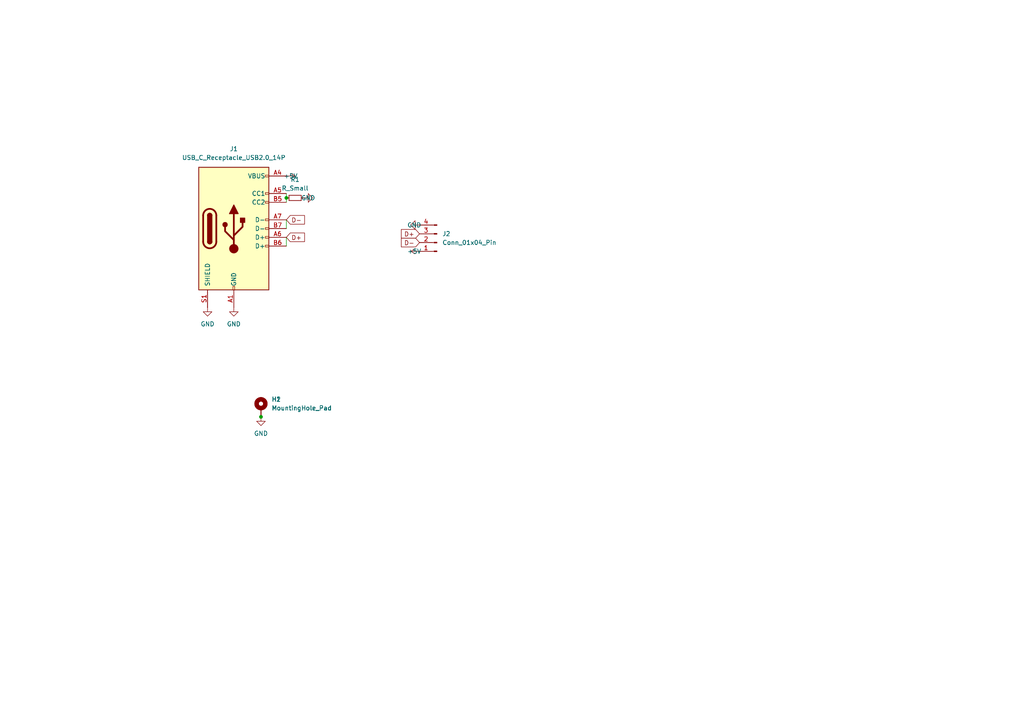
<source format=kicad_sch>
(kicad_sch
	(version 20240417)
	(generator "eeschema")
	(generator_version "8.99")
	(uuid "5aa18061-c15f-4ee1-b202-8871dbe94de8")
	(paper "A4")
	(lib_symbols
		(symbol "Connector:Conn_01x04_Pin"
			(pin_names
				(offset 1.016) hide)
			(exclude_from_sim no)
			(in_bom yes)
			(on_board yes)
			(property "Reference" "J"
				(at 0 5.08 0)
				(effects
					(font
						(size 1.27 1.27)
					)
				)
			)
			(property "Value" "Conn_01x04_Pin"
				(at 0 -7.62 0)
				(effects
					(font
						(size 1.27 1.27)
					)
				)
			)
			(property "Footprint" ""
				(at 0 0 0)
				(effects
					(font
						(size 1.27 1.27)
					)
					(hide yes)
				)
			)
			(property "Datasheet" "~"
				(at 0 0 0)
				(effects
					(font
						(size 1.27 1.27)
					)
					(hide yes)
				)
			)
			(property "Description" "Generic connector, single row, 01x04, script generated"
				(at 0 0 0)
				(effects
					(font
						(size 1.27 1.27)
					)
					(hide yes)
				)
			)
			(property "ki_locked" ""
				(at 0 0 0)
				(effects
					(font
						(size 1.27 1.27)
					)
				)
			)
			(property "ki_keywords" "connector"
				(at 0 0 0)
				(effects
					(font
						(size 1.27 1.27)
					)
					(hide yes)
				)
			)
			(property "ki_fp_filters" "Connector*:*_1x??_*"
				(at 0 0 0)
				(effects
					(font
						(size 1.27 1.27)
					)
					(hide yes)
				)
			)
			(symbol "Conn_01x04_Pin_1_1"
				(rectangle
					(start 0.8636 2.667)
					(end 0 2.413)
					(stroke
						(width 0.1524)
						(type default)
					)
					(fill
						(type outline)
					)
				)
				(rectangle
					(start 0.8636 0.127)
					(end 0 -0.127)
					(stroke
						(width 0.1524)
						(type default)
					)
					(fill
						(type outline)
					)
				)
				(rectangle
					(start 0.8636 -2.413)
					(end 0 -2.667)
					(stroke
						(width 0.1524)
						(type default)
					)
					(fill
						(type outline)
					)
				)
				(rectangle
					(start 0.8636 -4.953)
					(end 0 -5.207)
					(stroke
						(width 0.1524)
						(type default)
					)
					(fill
						(type outline)
					)
				)
				(polyline
					(pts
						(xy 1.27 2.54) (xy 0.8636 2.54)
					)
					(stroke
						(width 0.1524)
						(type default)
					)
					(fill
						(type none)
					)
				)
				(polyline
					(pts
						(xy 1.27 0) (xy 0.8636 0)
					)
					(stroke
						(width 0.1524)
						(type default)
					)
					(fill
						(type none)
					)
				)
				(polyline
					(pts
						(xy 1.27 -2.54) (xy 0.8636 -2.54)
					)
					(stroke
						(width 0.1524)
						(type default)
					)
					(fill
						(type none)
					)
				)
				(polyline
					(pts
						(xy 1.27 -5.08) (xy 0.8636 -5.08)
					)
					(stroke
						(width 0.1524)
						(type default)
					)
					(fill
						(type none)
					)
				)
				(pin passive line
					(at 5.08 2.54 180)
					(length 3.81)
					(name "Pin_1"
						(effects
							(font
								(size 1.27 1.27)
							)
						)
					)
					(number "1"
						(effects
							(font
								(size 1.27 1.27)
							)
						)
					)
				)
				(pin passive line
					(at 5.08 0 180)
					(length 3.81)
					(name "Pin_2"
						(effects
							(font
								(size 1.27 1.27)
							)
						)
					)
					(number "2"
						(effects
							(font
								(size 1.27 1.27)
							)
						)
					)
				)
				(pin passive line
					(at 5.08 -2.54 180)
					(length 3.81)
					(name "Pin_3"
						(effects
							(font
								(size 1.27 1.27)
							)
						)
					)
					(number "3"
						(effects
							(font
								(size 1.27 1.27)
							)
						)
					)
				)
				(pin passive line
					(at 5.08 -5.08 180)
					(length 3.81)
					(name "Pin_4"
						(effects
							(font
								(size 1.27 1.27)
							)
						)
					)
					(number "4"
						(effects
							(font
								(size 1.27 1.27)
							)
						)
					)
				)
			)
		)
		(symbol "Connector:USB_C_Receptacle_USB2.0_14P"
			(pin_names
				(offset 1.016)
			)
			(exclude_from_sim no)
			(in_bom yes)
			(on_board yes)
			(property "Reference" "J"
				(at 0 22.225 0)
				(effects
					(font
						(size 1.27 1.27)
					)
				)
			)
			(property "Value" "USB_C_Receptacle_USB2.0_14P"
				(at 0 19.685 0)
				(effects
					(font
						(size 1.27 1.27)
					)
				)
			)
			(property "Footprint" ""
				(at 3.81 0 0)
				(effects
					(font
						(size 1.27 1.27)
					)
					(hide yes)
				)
			)
			(property "Datasheet" "https://www.usb.org/sites/default/files/documents/usb_type-c.zip"
				(at 3.81 0 0)
				(effects
					(font
						(size 1.27 1.27)
					)
					(hide yes)
				)
			)
			(property "Description" "USB 2.0-only 14P Type-C Receptacle connector"
				(at 0 0 0)
				(effects
					(font
						(size 1.27 1.27)
					)
					(hide yes)
				)
			)
			(property "ki_keywords" "usb universal serial bus type-C USB2.0"
				(at 0 0 0)
				(effects
					(font
						(size 1.27 1.27)
					)
					(hide yes)
				)
			)
			(property "ki_fp_filters" "USB*C*Receptacle*"
				(at 0 0 0)
				(effects
					(font
						(size 1.27 1.27)
					)
					(hide yes)
				)
			)
			(symbol "USB_C_Receptacle_USB2.0_14P_0_0"
				(rectangle
					(start -0.254 -17.78)
					(end 0.254 -16.764)
					(stroke
						(width 0)
						(type default)
					)
					(fill
						(type none)
					)
				)
				(rectangle
					(start 10.16 15.494)
					(end 9.144 14.986)
					(stroke
						(width 0)
						(type default)
					)
					(fill
						(type none)
					)
				)
				(rectangle
					(start 10.16 10.414)
					(end 9.144 9.906)
					(stroke
						(width 0)
						(type default)
					)
					(fill
						(type none)
					)
				)
				(rectangle
					(start 10.16 7.874)
					(end 9.144 7.366)
					(stroke
						(width 0)
						(type default)
					)
					(fill
						(type none)
					)
				)
				(rectangle
					(start 10.16 2.794)
					(end 9.144 2.286)
					(stroke
						(width 0)
						(type default)
					)
					(fill
						(type none)
					)
				)
				(rectangle
					(start 10.16 0.254)
					(end 9.144 -0.254)
					(stroke
						(width 0)
						(type default)
					)
					(fill
						(type none)
					)
				)
				(rectangle
					(start 10.16 -2.286)
					(end 9.144 -2.794)
					(stroke
						(width 0)
						(type default)
					)
					(fill
						(type none)
					)
				)
				(rectangle
					(start 10.16 -4.826)
					(end 9.144 -5.334)
					(stroke
						(width 0)
						(type default)
					)
					(fill
						(type none)
					)
				)
			)
			(symbol "USB_C_Receptacle_USB2.0_14P_0_1"
				(rectangle
					(start -10.16 17.78)
					(end 10.16 -17.78)
					(stroke
						(width 0.254)
						(type default)
					)
					(fill
						(type background)
					)
				)
				(polyline
					(pts
						(xy -8.89 -3.81) (xy -8.89 3.81)
					)
					(stroke
						(width 0.508)
						(type default)
					)
					(fill
						(type none)
					)
				)
				(rectangle
					(start -7.62 -3.81)
					(end -6.35 3.81)
					(stroke
						(width 0.254)
						(type default)
					)
					(fill
						(type outline)
					)
				)
				(arc
					(start -7.62 3.81)
					(mid -6.985 4.4423)
					(end -6.35 3.81)
					(stroke
						(width 0.254)
						(type default)
					)
					(fill
						(type none)
					)
				)
				(arc
					(start -7.62 3.81)
					(mid -6.985 4.4423)
					(end -6.35 3.81)
					(stroke
						(width 0.254)
						(type default)
					)
					(fill
						(type outline)
					)
				)
				(arc
					(start -8.89 3.81)
					(mid -6.985 5.7067)
					(end -5.08 3.81)
					(stroke
						(width 0.508)
						(type default)
					)
					(fill
						(type none)
					)
				)
				(arc
					(start -5.08 -3.81)
					(mid -6.985 -5.7067)
					(end -8.89 -3.81)
					(stroke
						(width 0.508)
						(type default)
					)
					(fill
						(type none)
					)
				)
				(arc
					(start -6.35 -3.81)
					(mid -6.985 -4.4423)
					(end -7.62 -3.81)
					(stroke
						(width 0.254)
						(type default)
					)
					(fill
						(type none)
					)
				)
				(arc
					(start -6.35 -3.81)
					(mid -6.985 -4.4423)
					(end -7.62 -3.81)
					(stroke
						(width 0.254)
						(type default)
					)
					(fill
						(type outline)
					)
				)
				(polyline
					(pts
						(xy -5.08 3.81) (xy -5.08 -3.81)
					)
					(stroke
						(width 0.508)
						(type default)
					)
					(fill
						(type none)
					)
				)
				(circle
					(center -2.54 1.143)
					(radius 0.635)
					(stroke
						(width 0.254)
						(type default)
					)
					(fill
						(type outline)
					)
				)
				(polyline
					(pts
						(xy -1.27 4.318) (xy 0 6.858) (xy 1.27 4.318) (xy -1.27 4.318)
					)
					(stroke
						(width 0.254)
						(type default)
					)
					(fill
						(type outline)
					)
				)
				(polyline
					(pts
						(xy 0 -2.032) (xy 2.54 0.508) (xy 2.54 1.778)
					)
					(stroke
						(width 0.508)
						(type default)
					)
					(fill
						(type none)
					)
				)
				(polyline
					(pts
						(xy 0 -3.302) (xy -2.54 -0.762) (xy -2.54 0.508)
					)
					(stroke
						(width 0.508)
						(type default)
					)
					(fill
						(type none)
					)
				)
				(polyline
					(pts
						(xy 0 -5.842) (xy 0 4.318)
					)
					(stroke
						(width 0.508)
						(type default)
					)
					(fill
						(type none)
					)
				)
				(circle
					(center 0 -5.842)
					(radius 1.27)
					(stroke
						(width 0)
						(type default)
					)
					(fill
						(type outline)
					)
				)
				(rectangle
					(start 1.905 1.778)
					(end 3.175 3.048)
					(stroke
						(width 0.254)
						(type default)
					)
					(fill
						(type outline)
					)
				)
			)
			(symbol "USB_C_Receptacle_USB2.0_14P_1_1"
				(pin passive line
					(at 0 -22.86 90)
					(length 5.08)
					(name "GND"
						(effects
							(font
								(size 1.27 1.27)
							)
						)
					)
					(number "A1"
						(effects
							(font
								(size 1.27 1.27)
							)
						)
					)
				)
				(pin passive line
					(at 0 -22.86 90)
					(length 5.08) hide
					(name "GND"
						(effects
							(font
								(size 1.27 1.27)
							)
						)
					)
					(number "A12"
						(effects
							(font
								(size 1.27 1.27)
							)
						)
					)
				)
				(pin passive line
					(at 15.24 15.24 180)
					(length 5.08)
					(name "VBUS"
						(effects
							(font
								(size 1.27 1.27)
							)
						)
					)
					(number "A4"
						(effects
							(font
								(size 1.27 1.27)
							)
						)
					)
				)
				(pin bidirectional line
					(at 15.24 10.16 180)
					(length 5.08)
					(name "CC1"
						(effects
							(font
								(size 1.27 1.27)
							)
						)
					)
					(number "A5"
						(effects
							(font
								(size 1.27 1.27)
							)
						)
					)
				)
				(pin bidirectional line
					(at 15.24 -2.54 180)
					(length 5.08)
					(name "D+"
						(effects
							(font
								(size 1.27 1.27)
							)
						)
					)
					(number "A6"
						(effects
							(font
								(size 1.27 1.27)
							)
						)
					)
				)
				(pin bidirectional line
					(at 15.24 2.54 180)
					(length 5.08)
					(name "D-"
						(effects
							(font
								(size 1.27 1.27)
							)
						)
					)
					(number "A7"
						(effects
							(font
								(size 1.27 1.27)
							)
						)
					)
				)
				(pin passive line
					(at 15.24 15.24 180)
					(length 5.08) hide
					(name "VBUS"
						(effects
							(font
								(size 1.27 1.27)
							)
						)
					)
					(number "A9"
						(effects
							(font
								(size 1.27 1.27)
							)
						)
					)
				)
				(pin passive line
					(at 0 -22.86 90)
					(length 5.08) hide
					(name "GND"
						(effects
							(font
								(size 1.27 1.27)
							)
						)
					)
					(number "B1"
						(effects
							(font
								(size 1.27 1.27)
							)
						)
					)
				)
				(pin passive line
					(at 0 -22.86 90)
					(length 5.08) hide
					(name "GND"
						(effects
							(font
								(size 1.27 1.27)
							)
						)
					)
					(number "B12"
						(effects
							(font
								(size 1.27 1.27)
							)
						)
					)
				)
				(pin passive line
					(at 15.24 15.24 180)
					(length 5.08) hide
					(name "VBUS"
						(effects
							(font
								(size 1.27 1.27)
							)
						)
					)
					(number "B4"
						(effects
							(font
								(size 1.27 1.27)
							)
						)
					)
				)
				(pin bidirectional line
					(at 15.24 7.62 180)
					(length 5.08)
					(name "CC2"
						(effects
							(font
								(size 1.27 1.27)
							)
						)
					)
					(number "B5"
						(effects
							(font
								(size 1.27 1.27)
							)
						)
					)
				)
				(pin bidirectional line
					(at 15.24 -5.08 180)
					(length 5.08)
					(name "D+"
						(effects
							(font
								(size 1.27 1.27)
							)
						)
					)
					(number "B6"
						(effects
							(font
								(size 1.27 1.27)
							)
						)
					)
				)
				(pin bidirectional line
					(at 15.24 0 180)
					(length 5.08)
					(name "D-"
						(effects
							(font
								(size 1.27 1.27)
							)
						)
					)
					(number "B7"
						(effects
							(font
								(size 1.27 1.27)
							)
						)
					)
				)
				(pin passive line
					(at 15.24 15.24 180)
					(length 5.08) hide
					(name "VBUS"
						(effects
							(font
								(size 1.27 1.27)
							)
						)
					)
					(number "B9"
						(effects
							(font
								(size 1.27 1.27)
							)
						)
					)
				)
				(pin passive line
					(at -7.62 -22.86 90)
					(length 5.08)
					(name "SHIELD"
						(effects
							(font
								(size 1.27 1.27)
							)
						)
					)
					(number "S1"
						(effects
							(font
								(size 1.27 1.27)
							)
						)
					)
				)
			)
		)
		(symbol "Device:R_Small"
			(pin_numbers hide)
			(pin_names
				(offset 0.254) hide)
			(exclude_from_sim no)
			(in_bom yes)
			(on_board yes)
			(property "Reference" "R"
				(at 0.762 0.508 0)
				(effects
					(font
						(size 1.27 1.27)
					)
					(justify left)
				)
			)
			(property "Value" "R_Small"
				(at 0.762 -1.016 0)
				(effects
					(font
						(size 1.27 1.27)
					)
					(justify left)
				)
			)
			(property "Footprint" ""
				(at 0 0 0)
				(effects
					(font
						(size 1.27 1.27)
					)
					(hide yes)
				)
			)
			(property "Datasheet" "~"
				(at 0 0 0)
				(effects
					(font
						(size 1.27 1.27)
					)
					(hide yes)
				)
			)
			(property "Description" "Resistor, small symbol"
				(at 0 0 0)
				(effects
					(font
						(size 1.27 1.27)
					)
					(hide yes)
				)
			)
			(property "ki_keywords" "R resistor"
				(at 0 0 0)
				(effects
					(font
						(size 1.27 1.27)
					)
					(hide yes)
				)
			)
			(property "ki_fp_filters" "R_*"
				(at 0 0 0)
				(effects
					(font
						(size 1.27 1.27)
					)
					(hide yes)
				)
			)
			(symbol "R_Small_0_1"
				(rectangle
					(start -0.762 1.778)
					(end 0.762 -1.778)
					(stroke
						(width 0.2032)
						(type default)
					)
					(fill
						(type none)
					)
				)
			)
			(symbol "R_Small_1_1"
				(pin passive line
					(at 0 2.54 270)
					(length 0.762)
					(name "~"
						(effects
							(font
								(size 1.27 1.27)
							)
						)
					)
					(number "1"
						(effects
							(font
								(size 1.27 1.27)
							)
						)
					)
				)
				(pin passive line
					(at 0 -2.54 90)
					(length 0.762)
					(name "~"
						(effects
							(font
								(size 1.27 1.27)
							)
						)
					)
					(number "2"
						(effects
							(font
								(size 1.27 1.27)
							)
						)
					)
				)
			)
		)
		(symbol "Mechanical:MountingHole_Pad"
			(pin_numbers hide)
			(pin_names
				(offset 1.016) hide)
			(exclude_from_sim yes)
			(in_bom no)
			(on_board yes)
			(property "Reference" "H"
				(at 0 6.35 0)
				(effects
					(font
						(size 1.27 1.27)
					)
				)
			)
			(property "Value" "MountingHole_Pad"
				(at 0 4.445 0)
				(effects
					(font
						(size 1.27 1.27)
					)
				)
			)
			(property "Footprint" ""
				(at 0 0 0)
				(effects
					(font
						(size 1.27 1.27)
					)
					(hide yes)
				)
			)
			(property "Datasheet" "~"
				(at 0 0 0)
				(effects
					(font
						(size 1.27 1.27)
					)
					(hide yes)
				)
			)
			(property "Description" "Mounting Hole with connection"
				(at 0 0 0)
				(effects
					(font
						(size 1.27 1.27)
					)
					(hide yes)
				)
			)
			(property "ki_keywords" "mounting hole"
				(at 0 0 0)
				(effects
					(font
						(size 1.27 1.27)
					)
					(hide yes)
				)
			)
			(property "ki_fp_filters" "MountingHole*Pad*"
				(at 0 0 0)
				(effects
					(font
						(size 1.27 1.27)
					)
					(hide yes)
				)
			)
			(symbol "MountingHole_Pad_0_1"
				(circle
					(center 0 1.27)
					(radius 1.27)
					(stroke
						(width 1.27)
						(type default)
					)
					(fill
						(type none)
					)
				)
			)
			(symbol "MountingHole_Pad_1_1"
				(pin input line
					(at 0 -2.54 90)
					(length 2.54)
					(name "1"
						(effects
							(font
								(size 1.27 1.27)
							)
						)
					)
					(number "1"
						(effects
							(font
								(size 1.27 1.27)
							)
						)
					)
				)
			)
		)
		(symbol "power:+5V"
			(power)
			(pin_numbers hide)
			(pin_names
				(offset 0) hide)
			(exclude_from_sim no)
			(in_bom yes)
			(on_board yes)
			(property "Reference" "#PWR"
				(at 0 -3.81 0)
				(effects
					(font
						(size 1.27 1.27)
					)
					(hide yes)
				)
			)
			(property "Value" "+5V"
				(at 0 3.556 0)
				(effects
					(font
						(size 1.27 1.27)
					)
				)
			)
			(property "Footprint" ""
				(at 0 0 0)
				(effects
					(font
						(size 1.27 1.27)
					)
					(hide yes)
				)
			)
			(property "Datasheet" ""
				(at 0 0 0)
				(effects
					(font
						(size 1.27 1.27)
					)
					(hide yes)
				)
			)
			(property "Description" "Power symbol creates a global label with name \"+5V\""
				(at 0 0 0)
				(effects
					(font
						(size 1.27 1.27)
					)
					(hide yes)
				)
			)
			(property "ki_keywords" "global power"
				(at 0 0 0)
				(effects
					(font
						(size 1.27 1.27)
					)
					(hide yes)
				)
			)
			(symbol "+5V_0_1"
				(polyline
					(pts
						(xy -0.762 1.27) (xy 0 2.54)
					)
					(stroke
						(width 0)
						(type default)
					)
					(fill
						(type none)
					)
				)
				(polyline
					(pts
						(xy 0 2.54) (xy 0.762 1.27)
					)
					(stroke
						(width 0)
						(type default)
					)
					(fill
						(type none)
					)
				)
				(polyline
					(pts
						(xy 0 0) (xy 0 2.54)
					)
					(stroke
						(width 0)
						(type default)
					)
					(fill
						(type none)
					)
				)
			)
			(symbol "+5V_1_1"
				(pin power_in line
					(at 0 0 90)
					(length 0)
					(name "~"
						(effects
							(font
								(size 1.27 1.27)
							)
						)
					)
					(number "1"
						(effects
							(font
								(size 1.27 1.27)
							)
						)
					)
				)
			)
		)
		(symbol "power:GND"
			(power)
			(pin_numbers hide)
			(pin_names
				(offset 0) hide)
			(exclude_from_sim no)
			(in_bom yes)
			(on_board yes)
			(property "Reference" "#PWR"
				(at 0 -6.35 0)
				(effects
					(font
						(size 1.27 1.27)
					)
					(hide yes)
				)
			)
			(property "Value" "GND"
				(at 0 -3.81 0)
				(effects
					(font
						(size 1.27 1.27)
					)
				)
			)
			(property "Footprint" ""
				(at 0 0 0)
				(effects
					(font
						(size 1.27 1.27)
					)
					(hide yes)
				)
			)
			(property "Datasheet" ""
				(at 0 0 0)
				(effects
					(font
						(size 1.27 1.27)
					)
					(hide yes)
				)
			)
			(property "Description" "Power symbol creates a global label with name \"GND\" , ground"
				(at 0 0 0)
				(effects
					(font
						(size 1.27 1.27)
					)
					(hide yes)
				)
			)
			(property "ki_keywords" "global power"
				(at 0 0 0)
				(effects
					(font
						(size 1.27 1.27)
					)
					(hide yes)
				)
			)
			(symbol "GND_0_1"
				(polyline
					(pts
						(xy 0 0) (xy 0 -1.27) (xy 1.27 -1.27) (xy 0 -2.54) (xy -1.27 -1.27) (xy 0 -1.27)
					)
					(stroke
						(width 0)
						(type default)
					)
					(fill
						(type none)
					)
				)
			)
			(symbol "GND_1_1"
				(pin power_in line
					(at 0 0 270)
					(length 0)
					(name "~"
						(effects
							(font
								(size 1.27 1.27)
							)
						)
					)
					(number "1"
						(effects
							(font
								(size 1.27 1.27)
							)
						)
					)
				)
			)
		)
	)
	(junction
		(at 75.692 120.904)
		(diameter 0)
		(color 0 0 0 0)
		(uuid "b4800915-d03f-4b40-91f7-b89ac7ca050e")
	)
	(junction
		(at 83.058 57.404)
		(diameter 0)
		(color 0 0 0 0)
		(uuid "e9ec5554-aab7-4762-a6c1-d2bbc4aa4170")
	)
	(wire
		(pts
			(xy 83.058 63.754) (xy 83.058 66.294)
		)
		(stroke
			(width 0)
			(type default)
		)
		(uuid "0473a052-7302-43cf-ab2e-e1abbeebfac9")
	)
	(wire
		(pts
			(xy 83.058 68.834) (xy 83.058 71.374)
		)
		(stroke
			(width 0)
			(type default)
		)
		(uuid "0d7871c3-d646-4244-a33b-95e47fade1b6")
	)
	(wire
		(pts
			(xy 83.058 56.134) (xy 83.058 57.404)
		)
		(stroke
			(width 0)
			(type default)
		)
		(uuid "536cb010-facb-44f5-9f1a-e51295982c58")
	)
	(wire
		(pts
			(xy 83.058 57.404) (xy 83.058 58.674)
		)
		(stroke
			(width 0)
			(type default)
		)
		(uuid "cee5d9f6-8c0a-4b20-80bc-83c6b015594f")
	)
	(global_label "D+"
		(shape input)
		(at 83.058 68.834 0)
		(fields_autoplaced yes)
		(effects
			(font
				(size 1.27 1.27)
			)
			(justify left)
		)
		(uuid "04f31d81-baba-425e-b11c-74fff1e54f61")
		(property "Intersheetrefs" "${INTERSHEET_REFS}"
			(at 88.8856 68.834 0)
			(effects
				(font
					(size 1.27 1.27)
				)
				(justify left)
				(hide yes)
			)
		)
	)
	(global_label "D-"
		(shape input)
		(at 121.666 70.358 180)
		(fields_autoplaced yes)
		(effects
			(font
				(size 1.27 1.27)
			)
			(justify right)
		)
		(uuid "32c0ee48-b228-4624-b086-eb35758d4c03")
		(property "Intersheetrefs" "${INTERSHEET_REFS}"
			(at 115.8384 70.358 0)
			(effects
				(font
					(size 1.27 1.27)
				)
				(justify right)
				(hide yes)
			)
		)
	)
	(global_label "D+"
		(shape input)
		(at 121.666 67.818 180)
		(fields_autoplaced yes)
		(effects
			(font
				(size 1.27 1.27)
			)
			(justify right)
		)
		(uuid "79f95f39-2be4-4484-9728-84669baa0bc2")
		(property "Intersheetrefs" "${INTERSHEET_REFS}"
			(at 115.8384 67.818 0)
			(effects
				(font
					(size 1.27 1.27)
				)
				(justify right)
				(hide yes)
			)
		)
	)
	(global_label "D-"
		(shape input)
		(at 83.058 63.754 0)
		(fields_autoplaced yes)
		(effects
			(font
				(size 1.27 1.27)
			)
			(justify left)
		)
		(uuid "fd993734-afd2-4d02-b608-40a88c6cc75c")
		(property "Intersheetrefs" "${INTERSHEET_REFS}"
			(at 88.8856 63.754 0)
			(effects
				(font
					(size 1.27 1.27)
				)
				(justify left)
				(hide yes)
			)
		)
	)
	(symbol
		(lib_id "Connector:Conn_01x04_Pin")
		(at 126.746 70.358 180)
		(unit 1)
		(exclude_from_sim no)
		(in_bom yes)
		(on_board yes)
		(dnp no)
		(fields_autoplaced yes)
		(uuid "1069f1eb-46c8-466e-a800-d27db96956e4")
		(property "Reference" "J2"
			(at 128.27 67.8179 0)
			(effects
				(font
					(size 1.27 1.27)
				)
				(justify right)
			)
		)
		(property "Value" "Conn_01x04_Pin"
			(at 128.27 70.3579 0)
			(effects
				(font
					(size 1.27 1.27)
				)
				(justify right)
			)
		)
		(property "Footprint" "Connector_JST:JST_SH_SM04B-SRSS-TB_1x04-1MP_P1.00mm_Horizontal"
			(at 126.746 70.358 0)
			(effects
				(font
					(size 1.27 1.27)
				)
				(hide yes)
			)
		)
		(property "Datasheet" "~"
			(at 126.746 70.358 0)
			(effects
				(font
					(size 1.27 1.27)
				)
				(hide yes)
			)
		)
		(property "Description" "Generic connector, single row, 01x04, script generated"
			(at 126.746 70.358 0)
			(effects
				(font
					(size 1.27 1.27)
				)
				(hide yes)
			)
		)
		(pin "3"
			(uuid "3a4088ed-d8b7-4965-83f4-ad0faa1c950f")
		)
		(pin "4"
			(uuid "cd19ef36-ef97-4eb5-805e-d01039b3aec5")
		)
		(pin "1"
			(uuid "e49e25ae-64d7-4f1f-ba3b-ecddb067ed23")
		)
		(pin "2"
			(uuid "baa71874-9198-4d9f-9a04-bd3ac07f011d")
		)
		(instances
			(project ""
				(path "/5aa18061-c15f-4ee1-b202-8871dbe94de8"
					(reference "J2")
					(unit 1)
				)
			)
		)
	)
	(symbol
		(lib_id "Device:R_Small")
		(at 85.598 57.404 90)
		(unit 1)
		(exclude_from_sim no)
		(in_bom yes)
		(on_board yes)
		(dnp no)
		(fields_autoplaced yes)
		(uuid "18e76335-3705-4080-ac57-de147549328d")
		(property "Reference" "R1"
			(at 85.598 52.07 90)
			(effects
				(font
					(size 1.27 1.27)
				)
			)
		)
		(property "Value" "R_Small"
			(at 85.598 54.61 90)
			(effects
				(font
					(size 1.27 1.27)
				)
			)
		)
		(property "Footprint" "Resistor_SMD:R_0805_2012Metric"
			(at 85.598 57.404 0)
			(effects
				(font
					(size 1.27 1.27)
				)
				(hide yes)
			)
		)
		(property "Datasheet" "~"
			(at 85.598 57.404 0)
			(effects
				(font
					(size 1.27 1.27)
				)
				(hide yes)
			)
		)
		(property "Description" "Resistor, small symbol"
			(at 85.598 57.404 0)
			(effects
				(font
					(size 1.27 1.27)
				)
				(hide yes)
			)
		)
		(pin "1"
			(uuid "d993796c-e805-4f5c-934a-e5e92f85f119")
		)
		(pin "2"
			(uuid "e1ccd1b2-29ea-47e6-9fe5-03d579a3e8e7")
		)
		(instances
			(project ""
				(path "/5aa18061-c15f-4ee1-b202-8871dbe94de8"
					(reference "R1")
					(unit 1)
				)
			)
		)
	)
	(symbol
		(lib_id "power:GND")
		(at 88.138 57.404 90)
		(unit 1)
		(exclude_from_sim no)
		(in_bom yes)
		(on_board yes)
		(dnp no)
		(fields_autoplaced yes)
		(uuid "231cf477-f68c-4c34-a53e-65f6bc59d01b")
		(property "Reference" "#PWR03"
			(at 94.488 57.404 0)
			(effects
				(font
					(size 1.27 1.27)
				)
				(hide yes)
			)
		)
		(property "Value" "GND"
			(at 91.44 57.4039 90)
			(effects
				(font
					(size 1.27 1.27)
				)
				(justify left)
			)
		)
		(property "Footprint" ""
			(at 88.138 57.404 0)
			(effects
				(font
					(size 1.27 1.27)
				)
				(hide yes)
			)
		)
		(property "Datasheet" ""
			(at 88.138 57.404 0)
			(effects
				(font
					(size 1.27 1.27)
				)
				(hide yes)
			)
		)
		(property "Description" "Power symbol creates a global label with name \"GND\" , ground"
			(at 88.138 57.404 0)
			(effects
				(font
					(size 1.27 1.27)
				)
				(hide yes)
			)
		)
		(pin "1"
			(uuid "2199d140-6f06-4eb9-88e2-d545f3430090")
		)
		(instances
			(project "dtb_toro"
				(path "/5aa18061-c15f-4ee1-b202-8871dbe94de8"
					(reference "#PWR03")
					(unit 1)
				)
			)
		)
	)
	(symbol
		(lib_id "power:GND")
		(at 75.692 120.904 0)
		(unit 1)
		(exclude_from_sim no)
		(in_bom yes)
		(on_board yes)
		(dnp no)
		(fields_autoplaced yes)
		(uuid "50626880-8d92-4965-b7bf-059842c6bf68")
		(property "Reference" "#PWR06"
			(at 75.692 127.254 0)
			(effects
				(font
					(size 1.27 1.27)
				)
				(hide yes)
			)
		)
		(property "Value" "GND"
			(at 75.692 125.73 0)
			(effects
				(font
					(size 1.27 1.27)
				)
			)
		)
		(property "Footprint" ""
			(at 75.692 120.904 0)
			(effects
				(font
					(size 1.27 1.27)
				)
				(hide yes)
			)
		)
		(property "Datasheet" ""
			(at 75.692 120.904 0)
			(effects
				(font
					(size 1.27 1.27)
				)
				(hide yes)
			)
		)
		(property "Description" "Power symbol creates a global label with name \"GND\" , ground"
			(at 75.692 120.904 0)
			(effects
				(font
					(size 1.27 1.27)
				)
				(hide yes)
			)
		)
		(pin "1"
			(uuid "63c159da-7343-43f9-b173-91976f87090b")
		)
		(instances
			(project "dtb_toro"
				(path "/5aa18061-c15f-4ee1-b202-8871dbe94de8"
					(reference "#PWR06")
					(unit 1)
				)
			)
		)
	)
	(symbol
		(lib_id "power:+5V")
		(at 121.666 72.898 90)
		(unit 1)
		(exclude_from_sim no)
		(in_bom yes)
		(on_board yes)
		(dnp no)
		(fields_autoplaced yes)
		(uuid "6de9bc76-4ff0-46d8-8614-6477dcbb96e5")
		(property "Reference" "#PWR04"
			(at 125.476 72.898 0)
			(effects
				(font
					(size 1.27 1.27)
				)
				(hide yes)
			)
		)
		(property "Value" "+5V"
			(at 118.11 72.8979 90)
			(effects
				(font
					(size 1.27 1.27)
				)
				(justify right)
			)
		)
		(property "Footprint" ""
			(at 121.666 72.898 0)
			(effects
				(font
					(size 1.27 1.27)
				)
				(hide yes)
			)
		)
		(property "Datasheet" ""
			(at 121.666 72.898 0)
			(effects
				(font
					(size 1.27 1.27)
				)
				(hide yes)
			)
		)
		(property "Description" "Power symbol creates a global label with name \"+5V\""
			(at 121.666 72.898 0)
			(effects
				(font
					(size 1.27 1.27)
				)
				(hide yes)
			)
		)
		(pin "1"
			(uuid "8ea28e0c-176e-4074-83f1-ecc87a328607")
		)
		(instances
			(project "dtb_toro"
				(path "/5aa18061-c15f-4ee1-b202-8871dbe94de8"
					(reference "#PWR04")
					(unit 1)
				)
			)
		)
	)
	(symbol
		(lib_id "Mechanical:MountingHole_Pad")
		(at 75.692 118.364 0)
		(unit 1)
		(exclude_from_sim yes)
		(in_bom no)
		(on_board yes)
		(dnp no)
		(fields_autoplaced yes)
		(uuid "8e618625-7721-4962-9b5d-5d7e7bd50119")
		(property "Reference" "H2"
			(at 78.74 115.8239 0)
			(effects
				(font
					(size 1.27 1.27)
				)
				(justify left)
			)
		)
		(property "Value" "MountingHole_Pad"
			(at 78.74 118.3639 0)
			(effects
				(font
					(size 1.27 1.27)
				)
				(justify left)
			)
		)
		(property "Footprint" "MountingHole:MountingHole_2.2mm_M2_ISO14580_Pad"
			(at 75.692 118.364 0)
			(effects
				(font
					(size 1.27 1.27)
				)
				(hide yes)
			)
		)
		(property "Datasheet" "~"
			(at 75.692 118.364 0)
			(effects
				(font
					(size 1.27 1.27)
				)
				(hide yes)
			)
		)
		(property "Description" "Mounting Hole with connection"
			(at 75.692 118.364 0)
			(effects
				(font
					(size 1.27 1.27)
				)
				(hide yes)
			)
		)
		(pin "1"
			(uuid "e945a9eb-bd35-4bbd-9102-43b72fc4fa41")
		)
		(instances
			(project "dtb_toro"
				(path "/5aa18061-c15f-4ee1-b202-8871dbe94de8"
					(reference "H2")
					(unit 1)
				)
			)
		)
	)
	(symbol
		(lib_id "power:GND")
		(at 67.818 89.154 0)
		(unit 1)
		(exclude_from_sim no)
		(in_bom yes)
		(on_board yes)
		(dnp no)
		(fields_autoplaced yes)
		(uuid "c9d378d1-1eb0-4a70-9e59-3790a067e36c")
		(property "Reference" "#PWR01"
			(at 67.818 95.504 0)
			(effects
				(font
					(size 1.27 1.27)
				)
				(hide yes)
			)
		)
		(property "Value" "GND"
			(at 67.818 93.98 0)
			(effects
				(font
					(size 1.27 1.27)
				)
			)
		)
		(property "Footprint" ""
			(at 67.818 89.154 0)
			(effects
				(font
					(size 1.27 1.27)
				)
				(hide yes)
			)
		)
		(property "Datasheet" ""
			(at 67.818 89.154 0)
			(effects
				(font
					(size 1.27 1.27)
				)
				(hide yes)
			)
		)
		(property "Description" "Power symbol creates a global label with name \"GND\" , ground"
			(at 67.818 89.154 0)
			(effects
				(font
					(size 1.27 1.27)
				)
				(hide yes)
			)
		)
		(pin "1"
			(uuid "8bd13d75-db15-4ee1-bf01-1639c6d77278")
		)
		(instances
			(project ""
				(path "/5aa18061-c15f-4ee1-b202-8871dbe94de8"
					(reference "#PWR01")
					(unit 1)
				)
			)
		)
	)
	(symbol
		(lib_id "Mechanical:MountingHole_Pad")
		(at 75.692 118.364 0)
		(unit 1)
		(exclude_from_sim yes)
		(in_bom no)
		(on_board yes)
		(dnp no)
		(fields_autoplaced yes)
		(uuid "cc5dc2c0-9f91-471e-a6dd-edbd6290e10e")
		(property "Reference" "H1"
			(at 78.74 115.8239 0)
			(effects
				(font
					(size 1.27 1.27)
				)
				(justify left)
			)
		)
		(property "Value" "MountingHole_Pad"
			(at 78.74 118.3639 0)
			(effects
				(font
					(size 1.27 1.27)
				)
				(justify left)
			)
		)
		(property "Footprint" "MountingHole:MountingHole_2.2mm_M2_ISO14580_Pad"
			(at 75.692 118.364 0)
			(effects
				(font
					(size 1.27 1.27)
				)
				(hide yes)
			)
		)
		(property "Datasheet" "~"
			(at 75.692 118.364 0)
			(effects
				(font
					(size 1.27 1.27)
				)
				(hide yes)
			)
		)
		(property "Description" "Mounting Hole with connection"
			(at 75.692 118.364 0)
			(effects
				(font
					(size 1.27 1.27)
				)
				(hide yes)
			)
		)
		(pin "1"
			(uuid "94d8d8d1-68f5-4428-900c-ab1c87201219")
		)
		(instances
			(project ""
				(path "/5aa18061-c15f-4ee1-b202-8871dbe94de8"
					(reference "H1")
					(unit 1)
				)
			)
		)
	)
	(symbol
		(lib_id "power:GND")
		(at 121.666 65.278 270)
		(unit 1)
		(exclude_from_sim no)
		(in_bom yes)
		(on_board yes)
		(dnp no)
		(fields_autoplaced yes)
		(uuid "d9c74016-bc29-464c-be55-ada91be25eb4")
		(property "Reference" "#PWR05"
			(at 115.316 65.278 0)
			(effects
				(font
					(size 1.27 1.27)
				)
				(hide yes)
			)
		)
		(property "Value" "GND"
			(at 118.11 65.2779 90)
			(effects
				(font
					(size 1.27 1.27)
				)
				(justify left)
			)
		)
		(property "Footprint" ""
			(at 121.666 65.278 0)
			(effects
				(font
					(size 1.27 1.27)
				)
				(hide yes)
			)
		)
		(property "Datasheet" ""
			(at 121.666 65.278 0)
			(effects
				(font
					(size 1.27 1.27)
				)
				(hide yes)
			)
		)
		(property "Description" "Power symbol creates a global label with name \"GND\" , ground"
			(at 121.666 65.278 0)
			(effects
				(font
					(size 1.27 1.27)
				)
				(hide yes)
			)
		)
		(pin "1"
			(uuid "a51de516-1e61-46bf-8532-e9a6019ada78")
		)
		(instances
			(project "dtb_toro"
				(path "/5aa18061-c15f-4ee1-b202-8871dbe94de8"
					(reference "#PWR05")
					(unit 1)
				)
			)
		)
	)
	(symbol
		(lib_id "power:GND")
		(at 60.198 89.154 0)
		(unit 1)
		(exclude_from_sim no)
		(in_bom yes)
		(on_board yes)
		(dnp no)
		(fields_autoplaced yes)
		(uuid "e42e65c5-09d2-4393-a7d7-72dba340811a")
		(property "Reference" "#PWR07"
			(at 60.198 95.504 0)
			(effects
				(font
					(size 1.27 1.27)
				)
				(hide yes)
			)
		)
		(property "Value" "GND"
			(at 60.198 93.98 0)
			(effects
				(font
					(size 1.27 1.27)
				)
			)
		)
		(property "Footprint" ""
			(at 60.198 89.154 0)
			(effects
				(font
					(size 1.27 1.27)
				)
				(hide yes)
			)
		)
		(property "Datasheet" ""
			(at 60.198 89.154 0)
			(effects
				(font
					(size 1.27 1.27)
				)
				(hide yes)
			)
		)
		(property "Description" "Power symbol creates a global label with name \"GND\" , ground"
			(at 60.198 89.154 0)
			(effects
				(font
					(size 1.27 1.27)
				)
				(hide yes)
			)
		)
		(pin "1"
			(uuid "d888eca9-8875-45f2-9026-9683b7a921dc")
		)
		(instances
			(project "dtb_toro"
				(path "/5aa18061-c15f-4ee1-b202-8871dbe94de8"
					(reference "#PWR07")
					(unit 1)
				)
			)
		)
	)
	(symbol
		(lib_id "power:+5V")
		(at 83.058 51.054 270)
		(unit 1)
		(exclude_from_sim no)
		(in_bom yes)
		(on_board yes)
		(dnp no)
		(fields_autoplaced yes)
		(uuid "ec9f4459-c95f-43ee-9d10-b9d537fe40ed")
		(property "Reference" "#PWR02"
			(at 79.248 51.054 0)
			(effects
				(font
					(size 1.27 1.27)
				)
				(hide yes)
			)
		)
		(property "Value" "+5V"
			(at 86.36 51.0539 90)
			(effects
				(font
					(size 1.27 1.27)
				)
				(justify right)
			)
		)
		(property "Footprint" ""
			(at 83.058 51.054 0)
			(effects
				(font
					(size 1.27 1.27)
				)
				(hide yes)
			)
		)
		(property "Datasheet" ""
			(at 83.058 51.054 0)
			(effects
				(font
					(size 1.27 1.27)
				)
				(hide yes)
			)
		)
		(property "Description" "Power symbol creates a global label with name \"+5V\""
			(at 83.058 51.054 0)
			(effects
				(font
					(size 1.27 1.27)
				)
				(hide yes)
			)
		)
		(pin "1"
			(uuid "fc0416b9-d21f-4be0-b37e-53aa7d853726")
		)
		(instances
			(project ""
				(path "/5aa18061-c15f-4ee1-b202-8871dbe94de8"
					(reference "#PWR02")
					(unit 1)
				)
			)
		)
	)
	(symbol
		(lib_id "Connector:USB_C_Receptacle_USB2.0_14P")
		(at 67.818 66.294 0)
		(unit 1)
		(exclude_from_sim no)
		(in_bom yes)
		(on_board yes)
		(dnp no)
		(fields_autoplaced yes)
		(uuid "f0965e1e-fe85-48bf-b2e5-55aecd72f7db")
		(property "Reference" "J1"
			(at 67.818 43.18 0)
			(effects
				(font
					(size 1.27 1.27)
				)
			)
		)
		(property "Value" "USB_C_Receptacle_USB2.0_14P"
			(at 67.818 45.72 0)
			(effects
				(font
					(size 1.27 1.27)
				)
			)
		)
		(property "Footprint" "E73:USB_C_Receptacle_HRO_TYPE-C-31-M-12"
			(at 71.628 66.294 0)
			(effects
				(font
					(size 1.27 1.27)
				)
				(hide yes)
			)
		)
		(property "Datasheet" "https://www.usb.org/sites/default/files/documents/usb_type-c.zip"
			(at 71.628 66.294 0)
			(effects
				(font
					(size 1.27 1.27)
				)
				(hide yes)
			)
		)
		(property "Description" "USB 2.0-only 14P Type-C Receptacle connector"
			(at 67.818 66.294 0)
			(effects
				(font
					(size 1.27 1.27)
				)
				(hide yes)
			)
		)
		(pin "S1"
			(uuid "67f8d32f-bdbf-4b55-ae51-8574d8db1916")
		)
		(pin "A1"
			(uuid "b215c2d2-8ade-4ccb-8ad8-44e262bb34e2")
		)
		(pin "B7"
			(uuid "4426c300-54bd-42eb-8046-aec60ceea7cf")
		)
		(pin "A4"
			(uuid "2088e4a3-2edb-4cd4-b24a-e924b968d26e")
		)
		(pin "B4"
			(uuid "168e9079-008a-450c-af67-984915194954")
		)
		(pin "B9"
			(uuid "38610ca1-4203-41f7-a87b-7efc12d2ec43")
		)
		(pin "A12"
			(uuid "6235a65a-16a2-490d-a91b-2869327e1dc1")
		)
		(pin "B6"
			(uuid "8cbae38e-ffe6-498a-bcbf-b3ff859d2ea6")
		)
		(pin "B5"
			(uuid "34b4b0fd-8036-4e1e-9f9f-a815f57a49a1")
		)
		(pin "B1"
			(uuid "e5052d17-058c-47d5-9138-12e962036fd8")
		)
		(pin "B12"
			(uuid "5fc9e19e-241b-41fc-9d0c-0b42be7aa1c7")
		)
		(pin "A7"
			(uuid "7bea0345-0b10-48ac-b7fe-e0700266cfbc")
		)
		(pin "A9"
			(uuid "0ac6fc25-e49b-4d17-85ff-9e816333bb33")
		)
		(pin "A5"
			(uuid "c8a76458-8d3b-4a35-90db-bf139e7e0a3e")
		)
		(pin "A6"
			(uuid "48f7400e-d2ad-4eb0-bab7-c61b987dc508")
		)
		(instances
			(project ""
				(path "/5aa18061-c15f-4ee1-b202-8871dbe94de8"
					(reference "J1")
					(unit 1)
				)
			)
		)
	)
	(sheet_instances
		(path "/"
			(page "1")
		)
	)
)

</source>
